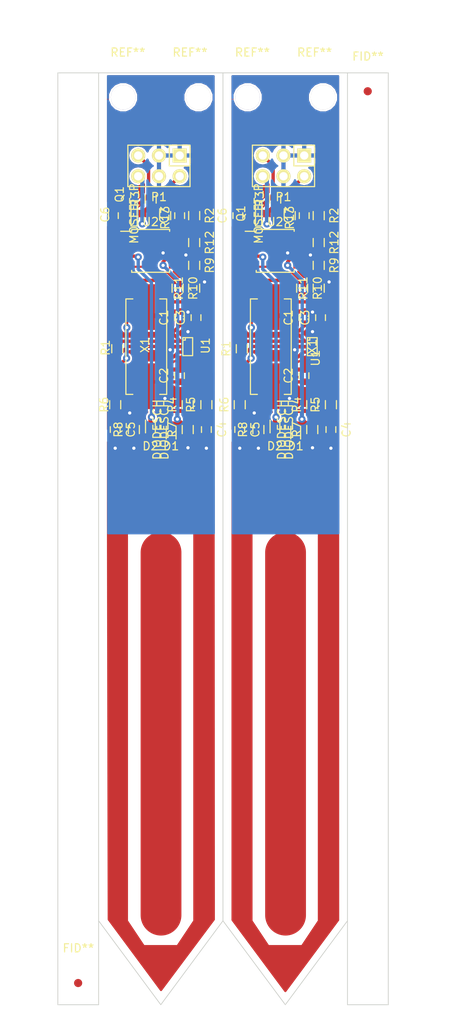
<source format=kicad_pcb>
(kicad_pcb (version 4) (host pcbnew "(2015-04-12 BZR 5595)-product")
  (layers (0 F.Cu signal) (31 B.Cu signal) (34 B.Paste user) (35 F.Paste user) (36 B.SilkS user) (37 F.SilkS user) (38 B.Mask user) (39 F.Mask user) (44 Edge.Cuts user))
  (net 0 "")
  (net 1 "Net-(C1-Pad1)")
  (net 2 GND)
  (net 3 "Net-(C2-Pad1)")
  (net 4 VCC)
  (net 5 /SENSE_LOW)
  (net 6 /SENSE_HIGH)
  (net 7 /SENSOR_TRACK)
  (net 8 /~ENABLE)
  (net 9 VDD)
  (net 10 "Net-(R4-Pad2)")
  (net 11 "Net-(R12-Pad2)")
  (net 12 "Net-(R9-Pad2)")
  (net 13 "Net-(R10-Pad1)")
  (net 14 "Net-(R10-Pad2)")
  (net 15 /OUT)
  (net 16 "Net-(C7-Pad1)")
  (net 17 "Net-(R12-Pad1)")
  (net 18 "Net-(R13-Pad2)")
  (module Fiducials:Fiducial_Modern_CopperTop (layer F.Cu) (at 132.0165 30.48)
    (fp_text reference FID** (at 0.03048 -4.26974) (layer F.SilkS))
    (fp_text value Fiducial_Modern_CopperTop)
    (pad 1 smd circle (at 0 0) (size 1 1) (layers F.Cu F.Mask) (clearance 0.5))
  )
  (module Fiducials:Fiducial_Modern_CopperTop (layer F.Cu) (at 96.52 139.7635)
    (fp_text reference FID** (at 0.03048 -4.26974) (layer F.SilkS))
    (fp_text value Fiducial_Modern_CopperTop)
    (pad 1 smd circle (at 0 0) (size 1 1) (layers F.Cu F.Mask) (clearance 0.5))
  )
  (module Resistors_SMD:R_0603 (layer F.Cu) (at 116.5834 62.031286 90)
    (fp_text reference R1 (at 0 -1.9 90) (layer F.SilkS))
    (fp_text value 1M)
    (pad 1 smd rect (at -0.75 0 90) (size 0.5 0.9) (layers F.Cu F.Paste F.Mask) (net 3 "Net-(C2-Pad1)"))
    (pad 2 smd rect (at 0.75 0 90) (size 0.5 0.9) (layers F.Cu F.Paste F.Mask) (net 1 "Net-(C1-Pad1)"))
  )
  (module Resistors_SMD:R_0603 (layer F.Cu) (at 125.2194 68.889286 90)
    (fp_text reference R4 (at 0 -1.9 90) (layer F.SilkS))
    (fp_text value 330)
    (pad 1 smd rect (at -0.75 0 90) (size 0.5 0.9) (layers F.Cu F.Paste F.Mask) (net 7 /SENSOR_TRACK))
    (pad 2 smd rect (at 0.75 0 90) (size 0.5 0.9) (layers F.Cu F.Paste F.Mask) (net 10 "Net-(R4-Pad2)"))
  )
  (module Resistors_SMD:R_0603 (layer F.Cu) (at 127.5054 68.889286 90)
    (fp_text reference R5 (at 0 -1.9 90) (layer F.SilkS))
    (fp_text value 1M)
    (pad 1 smd rect (at -0.75 0 90) (size 0.5 0.9) (layers F.Cu F.Paste F.Mask) (net 5 /SENSE_LOW))
    (pad 2 smd rect (at 0.75 0 90) (size 0.5 0.9) (layers F.Cu F.Paste F.Mask) (net 4 VCC))
  )
  (module Resistors_SMD:R_0603 (layer F.Cu) (at 116.3294 68.889286 90)
    (fp_text reference R6 (at 0 -1.9 90) (layer F.SilkS))
    (fp_text value 1M)
    (pad 1 smd rect (at -0.75 0 90) (size 0.5 0.9) (layers F.Cu F.Paste F.Mask) (net 6 /SENSE_HIGH))
    (pad 2 smd rect (at 0.75 0 90) (size 0.5 0.9) (layers F.Cu F.Paste F.Mask) (net 4 VCC))
  )
  (module Resistors_SMD:R_0603 (layer F.Cu) (at 125.2194 71.937286 90)
    (fp_text reference R7 (at 0 -1.9 90) (layer F.SilkS))
    (fp_text value 1M)
    (pad 1 smd rect (at -0.75 0 90) (size 0.5 0.9) (layers F.Cu F.Paste F.Mask) (net 2 GND))
    (pad 2 smd rect (at 0.75 0 90) (size 0.5 0.9) (layers F.Cu F.Paste F.Mask) (net 5 /SENSE_LOW))
  )
  (module Resistors_SMD:R_0603 (layer F.Cu) (at 118.6154 71.937286 90)
    (fp_text reference R8 (at 0 -1.9 90) (layer F.SilkS))
    (fp_text value 1M)
    (pad 1 smd rect (at -0.75 0 90) (size 0.5 0.9) (layers F.Cu F.Paste F.Mask) (net 2 GND))
    (pad 2 smd rect (at 0.75 0 90) (size 0.5 0.9) (layers F.Cu F.Paste F.Mask) (net 6 /SENSE_HIGH))
  )
  (module Resistors_SMD:R_0603 (layer F.Cu) (at 123.9774 54.61 270)
    (fp_text reference R10 (at 0 -1.9 270) (layer F.SilkS))
    (fp_text value "10k 0.1%")
    (pad 1 smd rect (at -0.75 0 270) (size 0.5 0.9) (layers F.Cu F.Paste F.Mask) (net 13 "Net-(R10-Pad1)"))
    (pad 2 smd rect (at 0.75 0 270) (size 0.5 0.9) (layers F.Cu F.Paste F.Mask) (net 14 "Net-(R10-Pad2)"))
  )
  (module Resistors_SMD:R_0603 (layer F.Cu) (at 126.0094 54.61 90)
    (fp_text reference R11 (at 0 -1.9 90) (layer F.SilkS))
    (fp_text value "10k 0.1%")
    (pad 1 smd rect (at -0.75 0 90) (size 0.5 0.9) (layers F.Cu F.Paste F.Mask) (net 13 "Net-(R10-Pad1)"))
    (pad 2 smd rect (at 0.75 0 90) (size 0.5 0.9) (layers F.Cu F.Paste F.Mask) (net 2 GND))
  )
  (module Capacitors_SMD:C_0603 (layer F.Cu) (at 124.2034 58.221286 90)
    (fp_text reference C1 (at 0 -1.9 90) (layer F.SilkS))
    (fp_text value 18p)
    (pad 1 smd rect (at -0.75 0 90) (size 0.8 0.75) (layers F.Cu F.Paste F.Mask) (net 1 "Net-(C1-Pad1)"))
    (pad 2 smd rect (at 0.75 0 90) (size 0.8 0.75) (layers F.Cu F.Paste F.Mask) (net 2 GND))
  )
  (module Capacitors_SMD:C_0603 (layer F.Cu) (at 126.2354 58.221286 90)
    (fp_text reference C3 (at 0 -1.9 90) (layer F.SilkS))
    (fp_text value 1u)
    (pad 1 smd rect (at -0.75 0 90) (size 0.8 0.75) (layers F.Cu F.Paste F.Mask) (net 4 VCC))
    (pad 2 smd rect (at 0.75 0 90) (size 0.8 0.75) (layers F.Cu F.Paste F.Mask) (net 2 GND))
  )
  (module Capacitors_SMD:C_0603 (layer F.Cu) (at 124.2034 65.333286 90)
    (fp_text reference C2 (at 0 -1.9 90) (layer F.SilkS))
    (fp_text value 18p)
    (pad 1 smd rect (at -0.75 0 90) (size 0.8 0.75) (layers F.Cu F.Paste F.Mask) (net 3 "Net-(C2-Pad1)"))
    (pad 2 smd rect (at 0.75 0 90) (size 0.8 0.75) (layers F.Cu F.Paste F.Mask) (net 2 GND))
  )
  (module Capacitors_SMD:C_0603 (layer F.Cu) (at 127.5054 71.937286 270)
    (fp_text reference C4 (at 0 -1.9 270) (layer F.SilkS))
    (fp_text value 1n)
    (pad 1 smd rect (at -0.75 0 270) (size 0.8 0.75) (layers F.Cu F.Paste F.Mask) (net 5 /SENSE_LOW))
    (pad 2 smd rect (at 0.75 0 270) (size 0.8 0.75) (layers F.Cu F.Paste F.Mask) (net 2 GND))
  )
  (module Capacitors_SMD:C_0603 (layer F.Cu) (at 116.3294 71.937286 270)
    (fp_text reference C5 (at 0 -1.9 270) (layer F.SilkS))
    (fp_text value 1n)
    (pad 1 smd rect (at -0.75 0 270) (size 0.8 0.75) (layers F.Cu F.Paste F.Mask) (net 6 /SENSE_HIGH))
    (pad 2 smd rect (at 0.75 0 270) (size 0.8 0.75) (layers F.Cu F.Paste F.Mask) (net 2 GND))
  )
  (module SMD_Packages:SOD-523 (layer F.Cu) (at 120.6474 71.937286 90)
    (fp_text reference D2 (at -2.032 0 180) (layer F.SilkS))
    (fp_text value DIODESCH (at 0 1.7 90) (layer F.SilkS))
    (pad 1 smd rect (at -0.7 0 90) (size 0.6 0.7) (layers F.Cu F.Paste F.Mask) (net 7 /SENSOR_TRACK))
    (pad 2 smd rect (at 0.7 0 90) (size 0.6 0.7) (layers F.Cu F.Paste F.Mask) (net 6 /SENSE_HIGH))
  )
  (module SMD_Packages:SOD-523 (layer F.Cu) (at 123.1874 71.937286 270)
    (fp_text reference D1 (at 2.032 0 360) (layer F.SilkS))
    (fp_text value DIODESCH (at 0 1.7 270) (layer F.SilkS))
    (pad 1 smd rect (at -0.7 0 270) (size 0.6 0.7) (layers F.Cu F.Paste F.Mask) (net 5 /SENSE_LOW))
    (pad 2 smd rect (at 0.7 0 270) (size 0.6 0.7) (layers F.Cu F.Paste F.Mask) (net 7 /SENSOR_TRACK))
  )
  (module Pin_Headers:Pin_Header_Straight_2x03 (layer F.Cu) (at 121.6914 39.624 180)
    (fp_text reference P1 (at 0 -3.81 180) (layer F.SilkS))
    (fp_text value CONN_01X06 hide)
    (pad 1 thru_hole rect (at -2.54 1.27 180) (size 1.7272 1.7272) (drill 1.016) (layers *.Cu *.Mask F.SilkS) (net 2 GND))
    (pad 2 thru_hole oval (at -2.54 -1.27 180) (size 1.7272 1.7272) (drill 1.016) (layers *.Cu *.Mask F.SilkS) (net 15 /OUT))
    (pad 3 thru_hole oval (at 0 1.27 180) (size 1.7272 1.7272) (drill 1.016) (layers *.Cu *.Mask F.SilkS) (net 2 GND))
    (pad 4 thru_hole oval (at 0 -1.27 180) (size 1.7272 1.7272) (drill 1.016) (layers *.Cu *.Mask F.SilkS) (net 2 GND))
    (pad 5 thru_hole oval (at 2.54 1.27 180) (size 1.7272 1.7272) (drill 1.016) (layers *.Cu *.Mask F.SilkS) (net 8 /~ENABLE))
    (pad 6 thru_hole oval (at 2.54 -1.27 180) (size 1.7272 1.7272) (drill 1.016) (layers *.Cu *.Mask F.SilkS) (net 9 VDD))
  )
  (module Crystals:Crystal_HC49-SD_SMD (layer F.Cu) (at 120.1394 61.777286 270)
    (fp_text reference X1 (at 0 -5.08 270) (layer F.SilkS))
    (fp_text value 16MHz hide)
    (pad 1 smd rect (at -4.84886 0 270) (size 5.6007 2.10058) (layers F.Cu F.Paste F.Mask) (net 1 "Net-(C1-Pad1)"))
    (pad 2 smd rect (at 4.84886 0 270) (size 5.6007 2.10058) (layers F.Cu F.Paste F.Mask) (net 3 "Net-(C2-Pad1)"))
  )
  (module Transistors_SMD:sc70-6 (layer F.Cu) (at 125.2194 61.777286 270)
    (fp_text reference U1 (at 1.4 -0.4 270) (layer F.SilkS))
    (fp_text value NC7WZU04P6 hide)
    (pad 1 smd rect (at -0.6604 1.016 270) (size 0.4064 0.6604) (layers F.Cu F.Paste F.Mask) (net 1 "Net-(C1-Pad1)"))
    (pad 3 smd rect (at 0.6604 1.016 270) (size 0.4064 0.6604) (layers F.Cu F.Paste F.Mask) (net 3 "Net-(C2-Pad1)"))
    (pad 2 smd rect (at 0 1.016 270) (size 0.4064 0.6604) (layers F.Cu F.Paste F.Mask) (net 2 GND))
    (pad 4 smd rect (at 0.6604 -1.016 270) (size 0.4064 0.6604) (layers F.Cu F.Paste F.Mask) (net 10 "Net-(R4-Pad2)"))
    (pad 6 smd rect (at -0.6604 -1.016 270) (size 0.4064 0.6604) (layers F.Cu F.Paste F.Mask) (net 3 "Net-(C2-Pad1)"))
    (pad 5 smd rect (at 0 -1.016 270) (size 0.4064 0.6604) (layers F.Cu F.Paste F.Mask) (net 4 VCC))
  )
  (module Resistors_SMD:R_0603 (layer F.Cu) (at 126.0094 51.816 270)
    (fp_text reference R9 (at 0 -1.9 270) (layer F.SilkS))
    (fp_text value "10k 0.1%")
    (pad 1 smd rect (at -0.75 0 270) (size 0.5 0.9) (layers F.Cu F.Paste F.Mask) (net 11 "Net-(R12-Pad2)"))
    (pad 2 smd rect (at 0.75 0 270) (size 0.5 0.9) (layers F.Cu F.Paste F.Mask) (net 12 "Net-(R9-Pad2)"))
  )
  (module Resistors_SMD:R_0603 (layer F.Cu) (at 122.4534 45.72 270)
    (fp_text reference R13 (at 0.254 0 270) (layer F.SilkS))
    (fp_text value 330)
    (pad 1 smd rect (at -0.75 0 270) (size 0.5 0.9) (layers F.Cu F.Paste F.Mask) (net 15 /OUT))
    (pad 2 smd rect (at 0.75 0 270) (size 0.5 0.9) (layers F.Cu F.Paste F.Mask) (net 18 "Net-(R13-Pad2)"))
  )
  (module Resistors_SMD:R_0603 (layer F.Cu) (at 126.0094 45.72 270)
    (fp_text reference R2 (at 0 -1.9 270) (layer F.SilkS))
    (fp_text value 10k)
    (pad 1 smd rect (at -0.75 0 270) (size 0.5 0.9) (layers F.Cu F.Paste F.Mask) (net 16 "Net-(C7-Pad1)"))
    (pad 2 smd rect (at 0.75 0 270) (size 0.5 0.9) (layers F.Cu F.Paste F.Mask) (net 17 "Net-(R12-Pad1)"))
  )
  (module Resistors_SMD:R_0603 (layer F.Cu) (at 126.0094 49.022 270)
    (fp_text reference R12 (at 0 -1.9 270) (layer F.SilkS))
    (fp_text value "10k 0.1%")
    (pad 1 smd rect (at -0.75 0 270) (size 0.5 0.9) (layers F.Cu F.Paste F.Mask) (net 17 "Net-(R12-Pad1)"))
    (pad 2 smd rect (at 0.75 0 270) (size 0.5 0.9) (layers F.Cu F.Paste F.Mask) (net 11 "Net-(R12-Pad2)"))
  )
  (module SMD_Packages:SOT-23-GDS (layer F.Cu) (at 118.6434 45.466 90)
    (fp_text reference Q1 (at 0 -2.159 90) (layer F.SilkS))
    (fp_text value MOSFET_P (at 0 0 90) (layer F.SilkS))
    (pad S smd rect (at -0.889 -1.016 90) (size 0.9144 0.9144) (layers F.Cu F.Paste F.Mask) (net 4 VCC))
    (pad G smd rect (at 0.889 -1.016 90) (size 0.9144 0.9144) (layers F.Cu F.Paste F.Mask) (net 8 /~ENABLE))
    (pad D smd rect (at 0 1.016 90) (size 0.9144 0.9144) (layers F.Cu F.Paste F.Mask) (net 9 VDD))
  )
  (module Capacitors_SMD:C_0603 (layer F.Cu) (at 116.1034 45.72 90)
    (fp_text reference C6 (at 0 -1.9 90) (layer F.SilkS))
    (fp_text value 1u)
    (pad 1 smd rect (at -0.75 0 90) (size 0.8 0.75) (layers F.Cu F.Paste F.Mask) (net 4 VCC))
    (pad 2 smd rect (at 0.75 0 90) (size 0.8 0.75) (layers F.Cu F.Paste F.Mask) (net 2 GND))
  )
  (module Capacitors_SMD:C_0603 (layer F.Cu) (at 124.2314 45.72 90)
    (fp_text reference C7 (at 0 -1.9 90) (layer F.SilkS))
    (fp_text value 1u)
    (pad 1 smd rect (at -0.75 0 90) (size 0.8 0.75) (layers F.Cu F.Paste F.Mask) (net 16 "Net-(C7-Pad1)"))
    (pad 2 smd rect (at 0.75 0 90) (size 0.8 0.75) (layers F.Cu F.Paste F.Mask) (net 2 GND))
  )
  (module Resistors_SMD:R_0603 (layer F.Cu) (at 120.6754 43.688 90)
    (fp_text reference R3 (at 0 -1.9 90) (layer F.SilkS))
    (fp_text value 1M)
    (pad 1 smd rect (at -0.75 0 90) (size 0.5 0.9) (layers F.Cu F.Paste F.Mask) (net 9 VDD))
    (pad 2 smd rect (at 0.75 0 90) (size 0.5 0.9) (layers F.Cu F.Paste F.Mask) (net 8 /~ENABLE))
  )
  (module Mounting_Holes:MountingHole_3mm (layer F.Cu) (at 125.5014 29.718)
    (fp_text reference REF** (at 0 -4.0005) (layer F.SilkS))
    (fp_text value MountingHole_3mm)
    (pad 1 thru_hole circle (at 1.036 1.5) (size 2.99974 2.99974) (drill 2.99974) (layers F.Cu F.SilkS))
  )
  (module Mounting_Holes:MountingHole_3mm (layer F.Cu) (at 117.8814 29.718)
    (fp_text reference REF** (at 0 -4.0005) (layer F.SilkS))
    (fp_text value MountingHole_3mm)
    (pad 1 thru_hole circle (at -0.584 1.5) (size 2.99974 2.99974) (drill 2.99974) (layers F.Cu))
  )
  (module Housings_SSOP:TSSOP-14_4.4x5mm_Pitch0.65mm (layer F.Cu) (at 120.6754 50.038)
    (fp_text reference U2 (at 0 -3.55) (layer F.SilkS))
    (fp_text value LM324)
    (pad 1 smd rect (at -2.95 -1.95) (size 1.45 0.45) (layers F.Cu F.Paste F.Mask) (net 18 "Net-(R13-Pad2)"))
    (pad 2 smd rect (at -2.95 -1.3) (size 1.45 0.45) (layers F.Cu F.Paste F.Mask) (net 18 "Net-(R13-Pad2)"))
    (pad 3 smd rect (at -2.95 -0.65) (size 1.45 0.45) (layers F.Cu F.Paste F.Mask) (net 16 "Net-(C7-Pad1)"))
    (pad 4 smd rect (at -2.95 0) (size 1.45 0.45) (layers F.Cu F.Paste F.Mask) (net 4 VCC))
    (pad 5 smd rect (at -2.95 0.65) (size 1.45 0.45) (layers F.Cu F.Paste F.Mask) (net 6 /SENSE_HIGH))
    (pad 6 smd rect (at -2.95 1.3) (size 1.45 0.45) (layers F.Cu F.Paste F.Mask) (net 14 "Net-(R10-Pad2)"))
    (pad 7 smd rect (at -2.95 1.95) (size 1.45 0.45) (layers F.Cu F.Paste F.Mask) (net 14 "Net-(R10-Pad2)"))
    (pad 8 smd rect (at 2.95 1.95) (size 1.45 0.45) (layers F.Cu F.Paste F.Mask) (net 12 "Net-(R9-Pad2)"))
    (pad 9 smd rect (at 2.95 1.3) (size 1.45 0.45) (layers F.Cu F.Paste F.Mask) (net 12 "Net-(R9-Pad2)"))
    (pad 10 smd rect (at 2.95 0.65) (size 1.45 0.45) (layers F.Cu F.Paste F.Mask) (net 5 /SENSE_LOW))
    (pad 11 smd rect (at 2.95 0) (size 1.45 0.45) (layers F.Cu F.Paste F.Mask) (net 2 GND))
    (pad 12 smd rect (at 2.95 -0.65) (size 1.45 0.45) (layers F.Cu F.Paste F.Mask) (net 13 "Net-(R10-Pad1)"))
    (pad 13 smd rect (at 2.95 -1.3) (size 1.45 0.45) (layers F.Cu F.Paste F.Mask) (net 11 "Net-(R12-Pad2)"))
    (pad 14 smd rect (at 2.95 -1.95) (size 1.45 0.45) (layers F.Cu F.Paste F.Mask) (net 17 "Net-(R12-Pad1)"))
  )
  (module Housings_SSOP:TSSOP-14_4.4x5mm_Pitch0.65mm (layer F.Cu) (at 105.41 50.038)
    (fp_text reference U2 (at 0 -3.55) (layer F.SilkS))
    (fp_text value LM324)
    (pad 1 smd rect (at -2.95 -1.95) (size 1.45 0.45) (layers F.Cu F.Paste F.Mask) (net 18 "Net-(R13-Pad2)"))
    (pad 2 smd rect (at -2.95 -1.3) (size 1.45 0.45) (layers F.Cu F.Paste F.Mask) (net 18 "Net-(R13-Pad2)"))
    (pad 3 smd rect (at -2.95 -0.65) (size 1.45 0.45) (layers F.Cu F.Paste F.Mask) (net 16 "Net-(C7-Pad1)"))
    (pad 4 smd rect (at -2.95 0) (size 1.45 0.45) (layers F.Cu F.Paste F.Mask) (net 4 VCC))
    (pad 5 smd rect (at -2.95 0.65) (size 1.45 0.45) (layers F.Cu F.Paste F.Mask) (net 6 /SENSE_HIGH))
    (pad 6 smd rect (at -2.95 1.3) (size 1.45 0.45) (layers F.Cu F.Paste F.Mask) (net 14 "Net-(R10-Pad2)"))
    (pad 7 smd rect (at -2.95 1.95) (size 1.45 0.45) (layers F.Cu F.Paste F.Mask) (net 14 "Net-(R10-Pad2)"))
    (pad 8 smd rect (at 2.95 1.95) (size 1.45 0.45) (layers F.Cu F.Paste F.Mask) (net 12 "Net-(R9-Pad2)"))
    (pad 9 smd rect (at 2.95 1.3) (size 1.45 0.45) (layers F.Cu F.Paste F.Mask) (net 12 "Net-(R9-Pad2)"))
    (pad 10 smd rect (at 2.95 0.65) (size 1.45 0.45) (layers F.Cu F.Paste F.Mask) (net 5 /SENSE_LOW))
    (pad 11 smd rect (at 2.95 0) (size 1.45 0.45) (layers F.Cu F.Paste F.Mask) (net 2 GND))
    (pad 12 smd rect (at 2.95 -0.65) (size 1.45 0.45) (layers F.Cu F.Paste F.Mask) (net 13 "Net-(R10-Pad1)"))
    (pad 13 smd rect (at 2.95 -1.3) (size 1.45 0.45) (layers F.Cu F.Paste F.Mask) (net 11 "Net-(R12-Pad2)"))
    (pad 14 smd rect (at 2.95 -1.95) (size 1.45 0.45) (layers F.Cu F.Paste F.Mask) (net 17 "Net-(R12-Pad1)"))
  )
  (module Mounting_Holes:MountingHole_3mm (layer F.Cu) (at 102.616 29.718)
    (fp_text reference REF** (at 0 -4.0005) (layer F.SilkS))
    (fp_text value MountingHole_3mm)
    (pad 1 thru_hole circle (at -0.584 1.5) (size 2.99974 2.99974) (drill 2.99974) (layers F.Cu))
  )
  (module Mounting_Holes:MountingHole_3mm (layer F.Cu) (at 110.236 29.718)
    (fp_text reference REF** (at 0 -4.0005) (layer F.SilkS))
    (fp_text value MountingHole_3mm)
    (pad 1 thru_hole circle (at 1.036 1.5) (size 2.99974 2.99974) (drill 2.99974) (layers F.Cu F.SilkS))
  )
  (module Resistors_SMD:R_0603 (layer F.Cu) (at 105.41 43.688 90)
    (fp_text reference R3 (at 0 -1.9 90) (layer F.SilkS))
    (fp_text value 1M)
    (pad 1 smd rect (at -0.75 0 90) (size 0.5 0.9) (layers F.Cu F.Paste F.Mask) (net 9 VDD))
    (pad 2 smd rect (at 0.75 0 90) (size 0.5 0.9) (layers F.Cu F.Paste F.Mask) (net 8 /~ENABLE))
  )
  (module Capacitors_SMD:C_0603 (layer F.Cu) (at 108.966 45.72 90)
    (fp_text reference C7 (at 0 -1.9 90) (layer F.SilkS))
    (fp_text value 1u)
    (pad 1 smd rect (at -0.75 0 90) (size 0.8 0.75) (layers F.Cu F.Paste F.Mask) (net 16 "Net-(C7-Pad1)"))
    (pad 2 smd rect (at 0.75 0 90) (size 0.8 0.75) (layers F.Cu F.Paste F.Mask) (net 2 GND))
  )
  (module Capacitors_SMD:C_0603 (layer F.Cu) (at 100.838 45.72 90)
    (fp_text reference C6 (at 0.127 -1.016 90) (layer F.SilkS))
    (fp_text value 1u)
    (pad 1 smd rect (at -0.75 0 90) (size 0.8 0.75) (layers F.Cu F.Paste F.Mask) (net 4 VCC))
    (pad 2 smd rect (at 0.75 0 90) (size 0.8 0.75) (layers F.Cu F.Paste F.Mask) (net 2 GND))
  )
  (module SMD_Packages:SOT-23-GDS (layer F.Cu) (at 103.378 45.466 90)
    (fp_text reference Q1 (at 2.3495 -1.778 90) (layer F.SilkS))
    (fp_text value MOSFET_P (at 0 0 90) (layer F.SilkS))
    (pad S smd rect (at -0.889 -1.016 90) (size 0.9144 0.9144) (layers F.Cu F.Paste F.Mask) (net 4 VCC))
    (pad G smd rect (at 0.889 -1.016 90) (size 0.9144 0.9144) (layers F.Cu F.Paste F.Mask) (net 8 /~ENABLE))
    (pad D smd rect (at 0 1.016 90) (size 0.9144 0.9144) (layers F.Cu F.Paste F.Mask) (net 9 VDD))
  )
  (module Resistors_SMD:R_0603 (layer F.Cu) (at 110.744 49.022 270)
    (fp_text reference R12 (at 0 -1.9 270) (layer F.SilkS))
    (fp_text value "10k 0.1%")
    (pad 1 smd rect (at -0.75 0 270) (size 0.5 0.9) (layers F.Cu F.Paste F.Mask) (net 17 "Net-(R12-Pad1)"))
    (pad 2 smd rect (at 0.75 0 270) (size 0.5 0.9) (layers F.Cu F.Paste F.Mask) (net 11 "Net-(R12-Pad2)"))
  )
  (module Resistors_SMD:R_0603 (layer F.Cu) (at 110.744 45.72 270)
    (fp_text reference R2 (at 0 -1.9 270) (layer F.SilkS))
    (fp_text value 10k)
    (pad 1 smd rect (at -0.75 0 270) (size 0.5 0.9) (layers F.Cu F.Paste F.Mask) (net 16 "Net-(C7-Pad1)"))
    (pad 2 smd rect (at 0.75 0 270) (size 0.5 0.9) (layers F.Cu F.Paste F.Mask) (net 17 "Net-(R12-Pad1)"))
  )
  (module Resistors_SMD:R_0603 (layer F.Cu) (at 107.188 45.72 270)
    (fp_text reference R13 (at 0.254 0 270) (layer F.SilkS))
    (fp_text value 330)
    (pad 1 smd rect (at -0.75 0 270) (size 0.5 0.9) (layers F.Cu F.Paste F.Mask) (net 15 /OUT))
    (pad 2 smd rect (at 0.75 0 270) (size 0.5 0.9) (layers F.Cu F.Paste F.Mask) (net 18 "Net-(R13-Pad2)"))
  )
  (module Resistors_SMD:R_0603 (layer F.Cu) (at 110.744 51.816 270)
    (fp_text reference R9 (at 0 -1.9 270) (layer F.SilkS))
    (fp_text value "10k 0.1%")
    (pad 1 smd rect (at -0.75 0 270) (size 0.5 0.9) (layers F.Cu F.Paste F.Mask) (net 11 "Net-(R12-Pad2)"))
    (pad 2 smd rect (at 0.75 0 270) (size 0.5 0.9) (layers F.Cu F.Paste F.Mask) (net 12 "Net-(R9-Pad2)"))
  )
  (module Transistors_SMD:sc70-6 (layer F.Cu) (at 109.954 61.777286 270)
    (fp_text reference U1 (at -0.118786 -2.187 270) (layer F.SilkS))
    (fp_text value NC7WZU04P6 hide)
    (pad 1 smd rect (at -0.6604 1.016 270) (size 0.4064 0.6604) (layers F.Cu F.Paste F.Mask) (net 1 "Net-(C1-Pad1)"))
    (pad 3 smd rect (at 0.6604 1.016 270) (size 0.4064 0.6604) (layers F.Cu F.Paste F.Mask) (net 3 "Net-(C2-Pad1)"))
    (pad 2 smd rect (at 0 1.016 270) (size 0.4064 0.6604) (layers F.Cu F.Paste F.Mask) (net 2 GND))
    (pad 4 smd rect (at 0.6604 -1.016 270) (size 0.4064 0.6604) (layers F.Cu F.Paste F.Mask) (net 10 "Net-(R4-Pad2)"))
    (pad 6 smd rect (at -0.6604 -1.016 270) (size 0.4064 0.6604) (layers F.Cu F.Paste F.Mask) (net 3 "Net-(C2-Pad1)"))
    (pad 5 smd rect (at 0 -1.016 270) (size 0.4064 0.6604) (layers F.Cu F.Paste F.Mask) (net 4 VCC))
  )
  (module Crystals:Crystal_HC49-SD_SMD (layer F.Cu) (at 104.874 61.777286 270)
    (fp_text reference X1 (at -0.182286 0.1625 270) (layer F.SilkS))
    (fp_text value 16MHz hide)
    (pad 1 smd rect (at -4.84886 0 270) (size 5.6007 2.10058) (layers F.Cu F.Paste F.Mask) (net 1 "Net-(C1-Pad1)"))
    (pad 2 smd rect (at 4.84886 0 270) (size 5.6007 2.10058) (layers F.Cu F.Paste F.Mask) (net 3 "Net-(C2-Pad1)"))
  )
  (module Pin_Headers:Pin_Header_Straight_2x03 (layer F.Cu) (at 106.426 39.624 180)
    (fp_text reference P1 (at 0 -3.81 180) (layer F.SilkS))
    (fp_text value CONN_01X06 hide)
    (pad 1 thru_hole rect (at -2.54 1.27 180) (size 1.7272 1.7272) (drill 1.016) (layers *.Cu *.Mask F.SilkS) (net 2 GND))
    (pad 2 thru_hole oval (at -2.54 -1.27 180) (size 1.7272 1.7272) (drill 1.016) (layers *.Cu *.Mask F.SilkS) (net 15 /OUT))
    (pad 3 thru_hole oval (at 0 1.27 180) (size 1.7272 1.7272) (drill 1.016) (layers *.Cu *.Mask F.SilkS) (net 2 GND))
    (pad 4 thru_hole oval (at 0 -1.27 180) (size 1.7272 1.7272) (drill 1.016) (layers *.Cu *.Mask F.SilkS) (net 2 GND))
    (pad 5 thru_hole oval (at 2.54 1.27 180) (size 1.7272 1.7272) (drill 1.016) (layers *.Cu *.Mask F.SilkS) (net 8 /~ENABLE))
    (pad 6 thru_hole oval (at 2.54 -1.27 180) (size 1.7272 1.7272) (drill 1.016) (layers *.Cu *.Mask F.SilkS) (net 9 VDD))
  )
  (module SMD_Packages:SOD-523 (layer F.Cu) (at 107.922 71.937286 270)
    (fp_text reference D1 (at 2.032 0 360) (layer F.SilkS))
    (fp_text value DIODESCH (at 0 1.7 270) (layer F.SilkS))
    (pad 1 smd rect (at -0.7 0 270) (size 0.6 0.7) (layers F.Cu F.Paste F.Mask) (net 5 /SENSE_LOW))
    (pad 2 smd rect (at 0.7 0 270) (size 0.6 0.7) (layers F.Cu F.Paste F.Mask) (net 7 /SENSOR_TRACK))
  )
  (module SMD_Packages:SOD-523 (layer F.Cu) (at 105.382 71.937286 90)
    (fp_text reference D2 (at -2.032 0 180) (layer F.SilkS))
    (fp_text value DIODESCH (at 0 1.7 90) (layer F.SilkS))
    (pad 1 smd rect (at -0.7 0 90) (size 0.6 0.7) (layers F.Cu F.Paste F.Mask) (net 7 /SENSOR_TRACK))
    (pad 2 smd rect (at 0.7 0 90) (size 0.6 0.7) (layers F.Cu F.Paste F.Mask) (net 6 /SENSE_HIGH))
  )
  (module Capacitors_SMD:C_0603 (layer F.Cu) (at 101.064 71.937286 270)
    (fp_text reference C5 (at 0 -1.9 270) (layer F.SilkS))
    (fp_text value 1n)
    (pad 1 smd rect (at -0.75 0 270) (size 0.8 0.75) (layers F.Cu F.Paste F.Mask) (net 6 /SENSE_HIGH))
    (pad 2 smd rect (at 0.75 0 270) (size 0.8 0.75) (layers F.Cu F.Paste F.Mask) (net 2 GND))
  )
  (module Capacitors_SMD:C_0603 (layer F.Cu) (at 112.24 71.937286 270)
    (fp_text reference C4 (at 0 -1.9 270) (layer F.SilkS))
    (fp_text value 1n)
    (pad 1 smd rect (at -0.75 0 270) (size 0.8 0.75) (layers F.Cu F.Paste F.Mask) (net 5 /SENSE_LOW))
    (pad 2 smd rect (at 0.75 0 270) (size 0.8 0.75) (layers F.Cu F.Paste F.Mask) (net 2 GND))
  )
  (module Capacitors_SMD:C_0603 (layer F.Cu) (at 108.938 65.333286 90)
    (fp_text reference C2 (at 0 -1.9 90) (layer F.SilkS))
    (fp_text value 18p)
    (pad 1 smd rect (at -0.75 0 90) (size 0.8 0.75) (layers F.Cu F.Paste F.Mask) (net 3 "Net-(C2-Pad1)"))
    (pad 2 smd rect (at 0.75 0 90) (size 0.8 0.75) (layers F.Cu F.Paste F.Mask) (net 2 GND))
  )
  (module Capacitors_SMD:C_0603 (layer F.Cu) (at 110.97 58.221286 90)
    (fp_text reference C3 (at 0 -1.9 90) (layer F.SilkS))
    (fp_text value 1u)
    (pad 1 smd rect (at -0.75 0 90) (size 0.8 0.75) (layers F.Cu F.Paste F.Mask) (net 4 VCC))
    (pad 2 smd rect (at 0.75 0 90) (size 0.8 0.75) (layers F.Cu F.Paste F.Mask) (net 2 GND))
  )
  (module Capacitors_SMD:C_0603 (layer F.Cu) (at 108.938 58.221286 90)
    (fp_text reference C1 (at 0 -1.9 90) (layer F.SilkS))
    (fp_text value 18p)
    (pad 1 smd rect (at -0.75 0 90) (size 0.8 0.75) (layers F.Cu F.Paste F.Mask) (net 1 "Net-(C1-Pad1)"))
    (pad 2 smd rect (at 0.75 0 90) (size 0.8 0.75) (layers F.Cu F.Paste F.Mask) (net 2 GND))
  )
  (module Resistors_SMD:R_0603 (layer F.Cu) (at 110.744 54.61 90)
    (fp_text reference R11 (at 0 -1.9 90) (layer F.SilkS))
    (fp_text value "10k 0.1%")
    (pad 1 smd rect (at -0.75 0 90) (size 0.5 0.9) (layers F.Cu F.Paste F.Mask) (net 13 "Net-(R10-Pad1)"))
    (pad 2 smd rect (at 0.75 0 90) (size 0.5 0.9) (layers F.Cu F.Paste F.Mask) (net 2 GND))
  )
  (module Resistors_SMD:R_0603 (layer F.Cu) (at 108.712 54.61 270)
    (fp_text reference R10 (at 0 -1.9 270) (layer F.SilkS))
    (fp_text value "10k 0.1%")
    (pad 1 smd rect (at -0.75 0 270) (size 0.5 0.9) (layers F.Cu F.Paste F.Mask) (net 13 "Net-(R10-Pad1)"))
    (pad 2 smd rect (at 0.75 0 270) (size 0.5 0.9) (layers F.Cu F.Paste F.Mask) (net 14 "Net-(R10-Pad2)"))
  )
  (module Resistors_SMD:R_0603 (layer F.Cu) (at 103.35 71.937286 90)
    (fp_text reference R8 (at 0 -1.9 90) (layer F.SilkS))
    (fp_text value 1M)
    (pad 1 smd rect (at -0.75 0 90) (size 0.5 0.9) (layers F.Cu F.Paste F.Mask) (net 2 GND))
    (pad 2 smd rect (at 0.75 0 90) (size 0.5 0.9) (layers F.Cu F.Paste F.Mask) (net 6 /SENSE_HIGH))
  )
  (module Resistors_SMD:R_0603 (layer F.Cu) (at 109.954 71.937286 90)
    (fp_text reference R7 (at 0 -1.9 90) (layer F.SilkS))
    (fp_text value 1M)
    (pad 1 smd rect (at -0.75 0 90) (size 0.5 0.9) (layers F.Cu F.Paste F.Mask) (net 2 GND))
    (pad 2 smd rect (at 0.75 0 90) (size 0.5 0.9) (layers F.Cu F.Paste F.Mask) (net 5 /SENSE_LOW))
  )
  (module Resistors_SMD:R_0603 (layer F.Cu) (at 101.064 68.889286 90)
    (fp_text reference R6 (at 0 -1.369 90) (layer F.SilkS))
    (fp_text value 1M)
    (pad 1 smd rect (at -0.75 0 90) (size 0.5 0.9) (layers F.Cu F.Paste F.Mask) (net 6 /SENSE_HIGH))
    (pad 2 smd rect (at 0.75 0 90) (size 0.5 0.9) (layers F.Cu F.Paste F.Mask) (net 4 VCC))
  )
  (module Resistors_SMD:R_0603 (layer F.Cu) (at 112.24 68.889286 90)
    (fp_text reference R5 (at 0 -1.9 90) (layer F.SilkS))
    (fp_text value 1M)
    (pad 1 smd rect (at -0.75 0 90) (size 0.5 0.9) (layers F.Cu F.Paste F.Mask) (net 5 /SENSE_LOW))
    (pad 2 smd rect (at 0.75 0 90) (size 0.5 0.9) (layers F.Cu F.Paste F.Mask) (net 4 VCC))
  )
  (module Resistors_SMD:R_0603 (layer F.Cu) (at 109.954 68.889286 90)
    (fp_text reference R4 (at 0 -1.9 90) (layer F.SilkS))
    (fp_text value 330)
    (pad 1 smd rect (at -0.75 0 90) (size 0.5 0.9) (layers F.Cu F.Paste F.Mask) (net 7 /SENSOR_TRACK))
    (pad 2 smd rect (at 0.75 0 90) (size 0.5 0.9) (layers F.Cu F.Paste F.Mask) (net 10 "Net-(R4-Pad2)"))
  )
  (module Resistors_SMD:R_0603 (layer F.Cu) (at 101.318 62.031286 90)
    (fp_text reference R1 (at 0.118786 -1.4325 90) (layer F.SilkS))
    (fp_text value 1M)
    (pad 1 smd rect (at -0.75 0 90) (size 0.5 0.9) (layers F.Cu F.Paste F.Mask) (net 3 "Net-(C2-Pad1)"))
    (pad 2 smd rect (at 0.75 0 90) (size 0.5 0.9) (layers F.Cu F.Paste F.Mask) (net 1 "Net-(C1-Pad1)"))
  )
  (gr_line (start 134.5374 28.225286) (end 129.5374 28.225286) (angle 90) (layer Edge.Cuts) (width 0.1))
  (gr_line (start 129.5374 142.422286) (end 134.5374 142.422286) (layer Edge.Cuts) (width 0.1))
  (gr_line (start 94.032 142.422286) (end 99.032 142.422286) (layer Edge.Cuts) (width 0.1))
  (gr_line (start 99.032 71.175286) (end 99.032 33.075286) (layer Edge.Cuts) (width 0.1))
  (gr_line (start 94.032 28.225286) (end 99.032 28.225286) (angle 90) (layer Edge.Cuts) (width 0.1))
  (gr_line (start 94.032 28.225286) (end 94.032 142.422286) (layer Edge.Cuts) (width 0.1))
  (gr_line (start 134.5374 28.225286) (end 134.5374 142.422286) (layer Edge.Cuts) (width 0.1))
  (gr_line (start 129.5374 28.225286) (end 129.5374 71.175286) (layer Edge.Cuts) (width 0.1))
  (gr_line (start 129.5374 71.175286) (end 129.5374 142.422286) (angle 90) (layer Edge.Cuts) (width 0.1))
  (gr_line (start 114.272 28.225286) (end 129.5374 28.225286) (angle 90) (layer Edge.Cuts) (width 0.1))
  (gr_line (start 114.272 132.135286) (end 121.9174 142.422286) (layer Edge.Cuts) (width 0.1))
  (gr_line (start 121.9174 142.422286) (end 129.5374 132.135286) (layer Edge.Cuts) (width 0.1))
  (gr_line (start 106.652 142.422286) (end 114.272 132.135286) (layer Edge.Cuts) (width 0.1))
  (gr_line (start 99.032 132.135286) (end 106.652 142.422286) (layer Edge.Cuts) (width 0.1))
  (gr_line (start 114.272 28.225286) (end 114.272 33.075286) (angle 90) (layer Edge.Cuts) (width 0.1))
  (gr_line (start 99.032 28.225286) (end 114.272 28.225286) (angle 90) (layer Edge.Cuts) (width 0.1))
  (gr_line (start 99.032 33.075286) (end 99.032 28.225286) (angle 90) (layer Edge.Cuts) (width 0.1))
  (gr_line (start 99.032 142.422286) (end 99.032 71.175286) (angle 90) (layer Edge.Cuts) (width 0.1))
  (gr_line (start 114.272 71.175286) (end 114.272 132.135286) (angle 90) (layer Edge.Cuts) (width 0.1))
  (gr_line (start 114.272 33.075286) (end 114.272 71.175286) (layer Edge.Cuts) (width 0.1))
  (segment (start 108.938 61.116886) (end 101.4704 61.116886) (width 0.4064) (layer F.Cu) (net 1))
  (segment (start 101.4704 61.116886) (end 101.318 61.269286) (width 0.4064) (layer F.Cu) (net 1))
  (segment (start 108.938 61.116886) (end 108.938 60.992426) (width 0.4064) (layer F.Cu) (net 1))
  (segment (start 108.938 59.237286) (end 108.06043 60.114856) (width 0.4064) (layer F.Cu) (net 1))
  (segment (start 108.938 60.992426) (end 108.06043 60.114856) (width 0.4064) (layer F.Cu) (net 1))
  (segment (start 108.938 58.983286) (end 108.938 59.237286) (width 0.4064) (layer F.Cu) (net 1))
  (segment (start 108.06043 60.114856) (end 104.874 56.928426) (width 0.4064) (layer F.Cu) (net 1))
  (segment (start 123.32583 60.114856) (end 120.1394 56.928426) (width 0.4064) (layer F.Cu) (net 1))
  (segment (start 124.2034 58.983286) (end 124.2034 59.237286) (width 0.4064) (layer F.Cu) (net 1))
  (segment (start 124.2034 60.992426) (end 123.32583 60.114856) (width 0.4064) (layer F.Cu) (net 1))
  (segment (start 124.2034 59.237286) (end 123.32583 60.114856) (width 0.4064) (layer F.Cu) (net 1))
  (segment (start 124.2034 61.116886) (end 124.2034 60.992426) (width 0.4064) (layer F.Cu) (net 1))
  (segment (start 116.7358 61.116886) (end 116.5834 61.269286) (width 0.4064) (layer F.Cu) (net 1))
  (segment (start 124.2034 61.116886) (end 116.7358 61.116886) (width 0.4064) (layer F.Cu) (net 1))
  (segment (start 103.35 69.905286) (end 102.842 69.905286) (width 0.254) (layer B.Cu) (net 2))
  (segment (start 108.938 61.777286) (end 108.176 61.777286) (width 0.4064) (layer F.Cu) (net 2))
  (segment (start 108.176 61.777286) (end 107.795 62.158286) (width 0.4064) (layer F.Cu) (net 2))
  (via (at 107.795 62.158286) (size 0.889) (layers F.Cu B.Cu) (net 2))
  (via (at 102.842 69.905286) (size 0.889) (layers F.Cu B.Cu) (net 2))
  (segment (start 109.954 72.687286) (end 109.954 74.14) (width 0.254) (layer F.Cu) (net 2))
  (segment (start 109.954 74.14) (end 109.982 74.168) (width 0.254) (layer F.Cu) (net 2))
  (via (at 109.982 74.168) (size 0.889) (drill 0.4) (layers F.Cu B.Cu) (net 2))
  (segment (start 103.35 74.223286) (end 103.35 69.905286) (width 0.254) (layer B.Cu) (net 2))
  (segment (start 108.36 50.038) (end 109.22 50.038) (width 0.254) (layer F.Cu) (net 2))
  (segment (start 109.22 50.038) (end 109.728 50.546) (width 0.254) (layer F.Cu) (net 2))
  (via (at 109.728 50.546) (size 0.889) (drill 0.4) (layers F.Cu B.Cu) (net 2))
  (segment (start 110.744 53.86) (end 112.002 53.86) (width 0.508) (layer F.Cu) (net 2))
  (segment (start 112.002 53.86) (end 112.014 53.848) (width 0.508) (layer F.Cu) (net 2))
  (via (at 112.014 53.848) (size 0.889) (drill 0.4) (layers F.Cu B.Cu) (net 2))
  (segment (start 108.938 57.471286) (end 109.914714 57.471286) (width 0.508) (layer F.Cu) (net 2))
  (segment (start 109.914714 57.471286) (end 109.982 57.538572) (width 0.508) (layer F.Cu) (net 2))
  (via (at 109.982 57.538572) (size 0.889) (drill 0.4) (layers F.Cu B.Cu) (net 2))
  (segment (start 106.426 38.354) (end 108.966 38.354) (width 0.4064) (layer F.Cu) (net 2))
  (segment (start 106.426 40.894) (end 106.426 38.354) (width 0.4064) (layer F.Cu) (net 2))
  (segment (start 110.049286 57.471286) (end 109.982 57.538572) (width 0.4064) (layer F.Cu) (net 2))
  (segment (start 109.982 57.538572) (end 109.982 59.944) (width 0.4064) (layer F.Cu) (net 2))
  (via (at 109.982 59.944) (size 0.889) (drill 0.4) (layers F.Cu B.Cu) (net 2))
  (segment (start 110.97 57.471286) (end 110.049286 57.471286) (width 0.4064) (layer F.Cu) (net 2))
  (via (at 106.934 50.291998) (size 0.889) (drill 0.4) (layers F.Cu B.Cu) (net 2))
  (segment (start 108.36 50.038) (end 107.187998 50.038) (width 0.4064) (layer F.Cu) (net 2))
  (segment (start 107.187998 50.038) (end 106.934 50.291998) (width 0.4064) (layer F.Cu) (net 2))
  (segment (start 106.67999 50.291998) (end 106.934 50.291998) (width 0.4064) (layer B.Cu) (net 2))
  (via (at 112.24 74.223286) (size 0.889) (layers F.Cu B.Cu) (net 2))
  (segment (start 112.24 72.699286) (end 112.24 74.223286) (width 0.508) (layer F.Cu) (net 2))
  (via (at 101.064 74.223286) (size 0.889) (layers F.Cu B.Cu) (net 2))
  (segment (start 101.064 72.699286) (end 101.064 74.223286) (width 0.508) (layer F.Cu) (net 2))
  (segment (start 104.62 74.223286) (end 107.16 71.683286) (width 0.254) (layer B.Cu) (net 2))
  (segment (start 107.16 71.683286) (end 107.16 68.127286) (width 0.254) (layer B.Cu) (net 2))
  (via (at 107.16 68.127286) (size 0.889) (layers F.Cu B.Cu) (net 2))
  (segment (start 103.35 72.699286) (end 103.35 74.223286) (width 0.508) (layer F.Cu) (net 2))
  (via (at 103.35 74.223286) (size 0.889) (layers F.Cu B.Cu) (net 2))
  (segment (start 103.35 74.223286) (end 104.62 74.223286) (width 0.254) (layer B.Cu) (net 2))
  (segment (start 118.6154 74.223286) (end 119.8854 74.223286) (width 0.254) (layer B.Cu) (net 2))
  (via (at 118.6154 74.223286) (size 0.889) (layers F.Cu B.Cu) (net 2))
  (segment (start 118.6154 72.699286) (end 118.6154 74.223286) (width 0.508) (layer F.Cu) (net 2))
  (via (at 122.4254 68.127286) (size 0.889) (layers F.Cu B.Cu) (net 2))
  (segment (start 122.4254 71.683286) (end 122.4254 68.127286) (width 0.254) (layer B.Cu) (net 2))
  (segment (start 119.8854 74.223286) (end 122.4254 71.683286) (width 0.254) (layer B.Cu) (net 2))
  (segment (start 116.3294 72.699286) (end 116.3294 74.223286) (width 0.508) (layer F.Cu) (net 2))
  (via (at 116.3294 74.223286) (size 0.889) (layers F.Cu B.Cu) (net 2))
  (segment (start 127.5054 72.699286) (end 127.5054 74.223286) (width 0.508) (layer F.Cu) (net 2))
  (via (at 127.5054 74.223286) (size 0.889) (layers F.Cu B.Cu) (net 2))
  (segment (start 121.94539 50.291998) (end 122.1994 50.291998) (width 0.4064) (layer B.Cu) (net 2))
  (segment (start 122.453398 50.038) (end 122.1994 50.291998) (width 0.4064) (layer F.Cu) (net 2))
  (segment (start 123.6254 50.038) (end 122.453398 50.038) (width 0.4064) (layer F.Cu) (net 2))
  (via (at 122.1994 50.291998) (size 0.889) (drill 0.4) (layers F.Cu B.Cu) (net 2))
  (segment (start 126.2354 57.471286) (end 125.314686 57.471286) (width 0.4064) (layer F.Cu) (net 2))
  (via (at 125.2474 59.944) (size 0.889) (drill 0.4) (layers F.Cu B.Cu) (net 2))
  (segment (start 125.2474 57.538572) (end 125.2474 59.944) (width 0.4064) (layer F.Cu) (net 2))
  (segment (start 125.314686 57.471286) (end 125.2474 57.538572) (width 0.4064) (layer F.Cu) (net 2))
  (segment (start 121.6914 40.894) (end 121.6914 38.354) (width 0.4064) (layer F.Cu) (net 2))
  (segment (start 121.6914 38.354) (end 124.2314 38.354) (width 0.4064) (layer F.Cu) (net 2))
  (via (at 125.2474 57.538572) (size 0.889) (drill 0.4) (layers F.Cu B.Cu) (net 2))
  (segment (start 125.180114 57.471286) (end 125.2474 57.538572) (width 0.508) (layer F.Cu) (net 2))
  (segment (start 124.2034 57.471286) (end 125.180114 57.471286) (width 0.508) (layer F.Cu) (net 2))
  (via (at 127.2794 53.848) (size 0.889) (drill 0.4) (layers F.Cu B.Cu) (net 2))
  (segment (start 127.2674 53.86) (end 127.2794 53.848) (width 0.508) (layer F.Cu) (net 2))
  (segment (start 126.0094 53.86) (end 127.2674 53.86) (width 0.508) (layer F.Cu) (net 2))
  (via (at 124.9934 50.546) (size 0.889) (drill 0.4) (layers F.Cu B.Cu) (net 2))
  (segment (start 124.4854 50.038) (end 124.9934 50.546) (width 0.254) (layer F.Cu) (net 2))
  (segment (start 123.6254 50.038) (end 124.4854 50.038) (width 0.254) (layer F.Cu) (net 2))
  (segment (start 118.6154 74.223286) (end 118.6154 69.905286) (width 0.254) (layer B.Cu) (net 2))
  (via (at 125.2474 74.168) (size 0.889) (drill 0.4) (layers F.Cu B.Cu) (net 2))
  (segment (start 125.2194 74.14) (end 125.2474 74.168) (width 0.254) (layer F.Cu) (net 2))
  (segment (start 125.2194 72.687286) (end 125.2194 74.14) (width 0.254) (layer F.Cu) (net 2))
  (via (at 118.1074 69.905286) (size 0.889) (layers F.Cu B.Cu) (net 2))
  (via (at 123.0604 62.158286) (size 0.889) (layers F.Cu B.Cu) (net 2))
  (segment (start 123.4414 61.777286) (end 123.0604 62.158286) (width 0.4064) (layer F.Cu) (net 2))
  (segment (start 124.2034 61.777286) (end 123.4414 61.777286) (width 0.4064) (layer F.Cu) (net 2))
  (segment (start 118.6154 69.905286) (end 118.1074 69.905286) (width 0.254) (layer B.Cu) (net 2))
  (segment (start 108.938 62.437686) (end 108.811 62.437686) (width 0.4064) (layer F.Cu) (net 3))
  (segment (start 108.811 62.437686) (end 108.214099 63.034587) (width 0.4064) (layer F.Cu) (net 3))
  (segment (start 109.8016 62.437686) (end 108.938 62.437686) (width 0.254) (layer F.Cu) (net 3))
  (segment (start 109.954 62.285286) (end 109.954 65.814) (width 0.4064) (layer F.Cu) (net 3))
  (segment (start 109.954 65.814) (end 109.672714 66.095286) (width 0.4064) (layer F.Cu) (net 3))
  (segment (start 109.672714 66.095286) (end 108.95 66.095286) (width 0.4064) (layer F.Cu) (net 3))
  (segment (start 108.95 66.095286) (end 108.938 66.083286) (width 0.4064) (layer F.Cu) (net 3))
  (segment (start 102.61339 61.751896) (end 101.572 62.793286) (width 0.4064) (layer F.Cu) (net 3))
  (segment (start 101.572 62.793286) (end 101.318 62.793286) (width 0.4064) (layer F.Cu) (net 3))
  (segment (start 108.214099 63.034587) (end 107.374375 63.034587) (width 0.4064) (layer F.Cu) (net 3))
  (segment (start 107.374375 63.034587) (end 106.091684 61.751896) (width 0.4064) (layer F.Cu) (net 3))
  (segment (start 106.091684 61.751896) (end 102.61339 61.751896) (width 0.4064) (layer F.Cu) (net 3))
  (segment (start 109.192 62.437686) (end 109.8016 62.437686) (width 0.4064) (layer F.Cu) (net 3))
  (segment (start 109.8016 62.437686) (end 109.954 62.285286) (width 0.4064) (layer F.Cu) (net 3))
  (segment (start 109.954 62.285286) (end 109.8016 62.437686) (width 0.254) (layer F.Cu) (net 3))
  (segment (start 110.2334 61.116886) (end 109.954 61.396286) (width 0.254) (layer F.Cu) (net 3))
  (segment (start 109.954 61.396286) (end 109.954 62.285286) (width 0.254) (layer F.Cu) (net 3))
  (segment (start 110.97 61.116886) (end 110.2334 61.116886) (width 0.254) (layer F.Cu) (net 3))
  (segment (start 108.938 66.095286) (end 105.40486 66.095286) (width 0.4064) (layer F.Cu) (net 3))
  (segment (start 105.40486 66.349286) (end 105.128 66.626146) (width 0.508) (layer F.Cu) (net 3))
  (segment (start 105.40486 66.095286) (end 104.874 66.626146) (width 0.4064) (layer F.Cu) (net 3))
  (segment (start 120.67026 66.095286) (end 120.1394 66.626146) (width 0.4064) (layer F.Cu) (net 3))
  (segment (start 120.67026 66.349286) (end 120.3934 66.626146) (width 0.508) (layer F.Cu) (net 3))
  (segment (start 124.2034 66.095286) (end 120.67026 66.095286) (width 0.4064) (layer F.Cu) (net 3))
  (segment (start 126.2354 61.116886) (end 125.4988 61.116886) (width 0.254) (layer F.Cu) (net 3))
  (segment (start 125.2194 61.396286) (end 125.2194 62.285286) (width 0.254) (layer F.Cu) (net 3))
  (segment (start 125.4988 61.116886) (end 125.2194 61.396286) (width 0.254) (layer F.Cu) (net 3))
  (segment (start 125.2194 62.285286) (end 125.067 62.437686) (width 0.254) (layer F.Cu) (net 3))
  (segment (start 125.067 62.437686) (end 125.2194 62.285286) (width 0.4064) (layer F.Cu) (net 3))
  (segment (start 124.4574 62.437686) (end 125.067 62.437686) (width 0.4064) (layer F.Cu) (net 3))
  (segment (start 121.357084 61.751896) (end 117.87879 61.751896) (width 0.4064) (layer F.Cu) (net 3))
  (segment (start 122.639775 63.034587) (end 121.357084 61.751896) (width 0.4064) (layer F.Cu) (net 3))
  (segment (start 123.479499 63.034587) (end 122.639775 63.034587) (width 0.4064) (layer F.Cu) (net 3))
  (segment (start 116.8374 62.793286) (end 116.5834 62.793286) (width 0.4064) (layer F.Cu) (net 3))
  (segment (start 117.87879 61.751896) (end 116.8374 62.793286) (width 0.4064) (layer F.Cu) (net 3))
  (segment (start 124.2154 66.095286) (end 124.2034 66.083286) (width 0.4064) (layer F.Cu) (net 3))
  (segment (start 124.938114 66.095286) (end 124.2154 66.095286) (width 0.4064) (layer F.Cu) (net 3))
  (segment (start 125.2194 65.814) (end 124.938114 66.095286) (width 0.4064) (layer F.Cu) (net 3))
  (segment (start 125.2194 62.285286) (end 125.2194 65.814) (width 0.4064) (layer F.Cu) (net 3))
  (segment (start 125.067 62.437686) (end 124.2034 62.437686) (width 0.254) (layer F.Cu) (net 3))
  (segment (start 124.0764 62.437686) (end 123.479499 63.034587) (width 0.4064) (layer F.Cu) (net 3))
  (segment (start 124.2034 62.437686) (end 124.0764 62.437686) (width 0.4064) (layer F.Cu) (net 3))
  (segment (start 100.838 52.026286) (end 100.838 50.031187) (width 0.508) (layer F.Cu) (net 4))
  (segment (start 100.838 50.031187) (end 100.838 46.47) (width 0.508) (layer F.Cu) (net 4))
  (segment (start 102.46 50.038) (end 100.844813 50.038) (width 0.508) (layer F.Cu) (net 4))
  (segment (start 100.844813 50.038) (end 100.838 50.031187) (width 0.508) (layer F.Cu) (net 4))
  (segment (start 102.461 53.649286) (end 105.973262 53.649286) (width 0.4064) (layer F.Cu) (net 4))
  (segment (start 102.461 53.649286) (end 100.838 52.026286) (width 0.508) (layer F.Cu) (net 4))
  (segment (start 102.461 53.649286) (end 102.417286 53.649286) (width 0.508) (layer F.Cu) (net 4))
  (segment (start 105.973262 53.649286) (end 106.421113 54.097137) (width 0.4064) (layer F.Cu) (net 4))
  (segment (start 106.421113 54.097137) (end 106.421113 54.605113) (width 0.4064) (layer F.Cu) (net 4))
  (segment (start 106.421113 54.605113) (end 108.108148 56.292148) (width 0.4064) (layer F.Cu) (net 4))
  (segment (start 108.108148 56.292148) (end 112.24 56.292148) (width 0.4064) (layer F.Cu) (net 4))
  (segment (start 102.35 46.47) (end 102.362 46.482) (width 0.508) (layer F.Cu) (net 4))
  (segment (start 102.362 46.482) (end 102.362 46.355) (width 0.508) (layer F.Cu) (net 4))
  (segment (start 101.064 68.139286) (end 101.064 64.592939) (width 0.4064) (layer F.Cu) (net 4))
  (segment (start 101.064 64.592939) (end 102.461 63.195939) (width 0.4064) (layer F.Cu) (net 4))
  (via (at 102.461 63.195939) (size 0.889) (drill 0.4) (layers F.Cu B.Cu) (net 4))
  (segment (start 112.24 56.292148) (end 112.24 57.967286) (width 0.508) (layer F.Cu) (net 4))
  (segment (start 112.24 57.967286) (end 111.224 58.983286) (width 0.508) (layer F.Cu) (net 4))
  (segment (start 100.838 46.47) (end 102.35 46.47) (width 0.508) (layer F.Cu) (net 4))
  (segment (start 100.838 46.482) (end 100.838 46.47) (width 0.508) (layer F.Cu) (net 4))
  (segment (start 111.224 58.983286) (end 110.97 58.983286) (width 0.508) (layer F.Cu) (net 4))
  (segment (start 110.97 61.777286) (end 111.7066 61.777286) (width 0.4064) (layer F.Cu) (net 4))
  (segment (start 111.7066 61.777286) (end 111.85901 61.624876) (width 0.4064) (layer F.Cu) (net 4))
  (segment (start 111.85901 61.624876) (end 111.85901 60.853857) (width 0.4064) (layer F.Cu) (net 4))
  (segment (start 111.85901 60.853857) (end 110.97 59.964847) (width 0.4064) (layer F.Cu) (net 4))
  (segment (start 110.97 59.964847) (end 110.97 58.983286) (width 0.4064) (layer F.Cu) (net 4))
  (segment (start 112.24 68.044) (end 112.24 68.127286) (width 0.4064) (layer F.Cu) (net 4))
  (segment (start 111.76 67.564) (end 112.24 68.044) (width 0.4064) (layer F.Cu) (net 4))
  (segment (start 111.7066 61.863644) (end 111.76 61.917044) (width 0.4064) (layer F.Cu) (net 4))
  (segment (start 111.76 61.917044) (end 111.76 67.564) (width 0.4064) (layer F.Cu) (net 4))
  (segment (start 111.7066 61.777286) (end 111.7066 61.863644) (width 0.4064) (layer F.Cu) (net 4))
  (segment (start 102.461 59.407996) (end 102.489 59.435996) (width 0.4064) (layer F.Cu) (net 4))
  (segment (start 102.461 53.649286) (end 102.461 59.407996) (width 0.4064) (layer F.Cu) (net 4))
  (segment (start 102.461 59.463996) (end 102.489 59.435996) (width 0.508) (layer B.Cu) (net 4))
  (segment (start 102.461 63.195939) (end 102.461 59.463996) (width 0.508) (layer B.Cu) (net 4))
  (via (at 102.489 59.435996) (size 0.889) (drill 0.4) (layers F.Cu B.Cu) (net 4))
  (via (at 117.7544 59.435996) (size 0.889) (drill 0.4) (layers F.Cu B.Cu) (net 4))
  (segment (start 117.7264 63.195939) (end 117.7264 59.463996) (width 0.508) (layer B.Cu) (net 4))
  (segment (start 117.7264 59.463996) (end 117.7544 59.435996) (width 0.508) (layer B.Cu) (net 4))
  (segment (start 117.7264 53.649286) (end 117.7264 59.407996) (width 0.4064) (layer F.Cu) (net 4))
  (segment (start 117.7264 59.407996) (end 117.7544 59.435996) (width 0.4064) (layer F.Cu) (net 4))
  (segment (start 126.972 61.777286) (end 126.972 61.863644) (width 0.4064) (layer F.Cu) (net 4))
  (segment (start 127.0254 61.917044) (end 127.0254 67.564) (width 0.4064) (layer F.Cu) (net 4))
  (segment (start 126.972 61.863644) (end 127.0254 61.917044) (width 0.4064) (layer F.Cu) (net 4))
  (segment (start 127.0254 67.564) (end 127.5054 68.044) (width 0.4064) (layer F.Cu) (net 4))
  (segment (start 127.5054 68.044) (end 127.5054 68.127286) (width 0.4064) (layer F.Cu) (net 4))
  (segment (start 126.2354 59.964847) (end 126.2354 58.983286) (width 0.4064) (layer F.Cu) (net 4))
  (segment (start 127.12441 60.853857) (end 126.2354 59.964847) (width 0.4064) (layer F.Cu) (net 4))
  (segment (start 127.12441 61.624876) (end 127.12441 60.853857) (width 0.4064) (layer F.Cu) (net 4))
  (segment (start 126.972 61.777286) (end 127.12441 61.624876) (width 0.4064) (layer F.Cu) (net 4))
  (segment (start 126.2354 61.777286) (end 126.972 61.777286) (width 0.4064) (layer F.Cu) (net 4))
  (segment (start 126.4894 58.983286) (end 126.2354 58.983286) (width 0.508) (layer F.Cu) (net 4))
  (segment (start 116.1034 46.482) (end 116.1034 46.47) (width 0.508) (layer F.Cu) (net 4))
  (segment (start 116.1034 46.47) (end 117.6154 46.47) (width 0.508) (layer F.Cu) (net 4))
  (segment (start 127.5054 57.967286) (end 126.4894 58.983286) (width 0.508) (layer F.Cu) (net 4))
  (segment (start 127.5054 56.292148) (end 127.5054 57.967286) (width 0.508) (layer F.Cu) (net 4))
  (via (at 117.7264 63.195939) (size 0.889) (drill 0.4) (layers F.Cu B.Cu) (net 4))
  (segment (start 116.3294 64.592939) (end 117.7264 63.195939) (width 0.4064) (layer F.Cu) (net 4))
  (segment (start 116.3294 68.139286) (end 116.3294 64.592939) (width 0.4064) (layer F.Cu) (net 4))
  (segment (start 117.6274 46.482) (end 117.6274 46.355) (width 0.508) (layer F.Cu) (net 4))
  (segment (start 117.6154 46.47) (end 117.6274 46.482) (width 0.508) (layer F.Cu) (net 4))
  (segment (start 123.373548 56.292148) (end 127.5054 56.292148) (width 0.4064) (layer F.Cu) (net 4))
  (segment (start 121.686513 54.605113) (end 123.373548 56.292148) (width 0.4064) (layer F.Cu) (net 4))
  (segment (start 121.686513 54.097137) (end 121.686513 54.605113) (width 0.4064) (layer F.Cu) (net 4))
  (segment (start 121.238662 53.649286) (end 121.686513 54.097137) (width 0.4064) (layer F.Cu) (net 4))
  (segment (start 117.7264 53.649286) (end 117.682686 53.649286) (width 0.508) (layer F.Cu) (net 4))
  (segment (start 117.7264 53.649286) (end 116.1034 52.026286) (width 0.508) (layer F.Cu) (net 4))
  (segment (start 117.7264 53.649286) (end 121.238662 53.649286) (width 0.4064) (layer F.Cu) (net 4))
  (segment (start 116.110213 50.038) (end 116.1034 50.031187) (width 0.508) (layer F.Cu) (net 4))
  (segment (start 117.7254 50.038) (end 116.110213 50.038) (width 0.508) (layer F.Cu) (net 4))
  (segment (start 116.1034 50.031187) (end 116.1034 46.47) (width 0.508) (layer F.Cu) (net 4))
  (segment (start 116.1034 52.026286) (end 116.1034 50.031187) (width 0.508) (layer F.Cu) (net 4))
  (segment (start 107.922 71.237286) (end 109.638 71.237286) (width 0.508) (layer F.Cu) (net 5))
  (segment (start 109.638 71.237286) (end 109.7 71.175286) (width 0.508) (layer F.Cu) (net 5))
  (segment (start 109.7 71.175286) (end 112.228 71.175286) (width 0.508) (layer F.Cu) (net 5))
  (segment (start 112.228 71.175286) (end 112.24 71.187286) (width 0.508) (layer F.Cu) (net 5))
  (via (at 106.934 51.816008) (size 0.889) (drill 0.4) (layers F.Cu B.Cu) (net 5))
  (segment (start 108.36 50.688) (end 107.629798 50.688) (width 0.4064) (layer F.Cu) (net 5))
  (segment (start 107.629798 50.688) (end 106.934 51.383798) (width 0.4064) (layer F.Cu) (net 5))
  (segment (start 106.934 51.383798) (end 106.934 51.816008) (width 0.4064) (layer F.Cu) (net 5))
  (segment (start 108.722101 53.604101) (end 106.934 51.816) (width 0.4064) (layer B.Cu) (net 5))
  (segment (start 112.24 69.651286) (end 112.24 71.175286) (width 0.508) (layer F.Cu) (net 5))
  (via (at 108.684 70.667286) (size 0.889) (layers F.Cu B.Cu) (net 5))
  (segment (start 109.192 71.175286) (end 108.684 70.667286) (width 0.508) (layer F.Cu) (net 5))
  (segment (start 109.954 71.175286) (end 109.192 71.175286) (width 0.508) (layer F.Cu) (net 5))
  (segment (start 108.722101 62.603295) (end 108.722101 53.604101) (width 0.4064) (layer B.Cu) (net 5))
  (segment (start 108.684 62.641396) (end 108.722101 62.603295) (width 0.508) (layer B.Cu) (net 5))
  (segment (start 108.684 70.667286) (end 108.684 62.641396) (width 0.508) (layer B.Cu) (net 5))
  (segment (start 123.9494 70.667286) (end 123.9494 62.641396) (width 0.508) (layer B.Cu) (net 5))
  (segment (start 123.9494 62.641396) (end 123.987501 62.603295) (width 0.508) (layer B.Cu) (net 5))
  (segment (start 123.987501 62.603295) (end 123.987501 53.604101) (width 0.4064) (layer B.Cu) (net 5))
  (segment (start 125.2194 71.175286) (end 124.4574 71.175286) (width 0.508) (layer F.Cu) (net 5))
  (segment (start 124.4574 71.175286) (end 123.9494 70.667286) (width 0.508) (layer F.Cu) (net 5))
  (via (at 123.9494 70.667286) (size 0.889) (layers F.Cu B.Cu) (net 5))
  (segment (start 127.5054 69.651286) (end 127.5054 71.175286) (width 0.508) (layer F.Cu) (net 5))
  (segment (start 123.987501 53.604101) (end 122.1994 51.816) (width 0.4064) (layer B.Cu) (net 5))
  (segment (start 122.1994 51.383798) (end 122.1994 51.816008) (width 0.4064) (layer F.Cu) (net 5))
  (segment (start 122.895198 50.688) (end 122.1994 51.383798) (width 0.4064) (layer F.Cu) (net 5))
  (segment (start 123.6254 50.688) (end 122.895198 50.688) (width 0.4064) (layer F.Cu) (net 5))
  (via (at 122.1994 51.816008) (size 0.889) (drill 0.4) (layers F.Cu B.Cu) (net 5))
  (segment (start 127.4934 71.175286) (end 127.5054 71.187286) (width 0.508) (layer F.Cu) (net 5))
  (segment (start 124.9654 71.175286) (end 127.4934 71.175286) (width 0.508) (layer F.Cu) (net 5))
  (segment (start 124.9034 71.237286) (end 124.9654 71.175286) (width 0.508) (layer F.Cu) (net 5))
  (segment (start 123.1874 71.237286) (end 124.9034 71.237286) (width 0.508) (layer F.Cu) (net 5))
  (segment (start 105.509 55.681286) (end 105.509 53.910476) (width 0.4064) (layer B.Cu) (net 6))
  (segment (start 103.886 50.8) (end 103.886 52.287476) (width 0.4064) (layer B.Cu) (net 6))
  (segment (start 103.886 52.287476) (end 105.509 53.910476) (width 0.4064) (layer B.Cu) (net 6))
  (segment (start 105.382 71.237286) (end 103.666 71.237286) (width 0.508) (layer F.Cu) (net 6))
  (segment (start 103.666 71.237286) (end 103.604 71.175286) (width 0.508) (layer F.Cu) (net 6))
  (segment (start 103.604 71.175286) (end 101.076 71.175286) (width 0.508) (layer F.Cu) (net 6))
  (segment (start 101.076 71.175286) (end 101.064 71.187286) (width 0.508) (layer F.Cu) (net 6))
  (segment (start 105.382 71.237286) (end 105.382 70.540286) (width 0.508) (layer F.Cu) (net 6))
  (segment (start 105.382 70.540286) (end 105.509 70.413286) (width 0.508) (layer F.Cu) (net 6))
  (via (at 105.509 70.413286) (size 0.889) (layers F.Cu B.Cu) (net 6))
  (segment (start 105.509 70.413286) (end 105.509 55.681286) (width 0.4064) (layer B.Cu) (net 6))
  (via (at 103.886 50.8) (size 0.889) (drill 0.4) (layers F.Cu B.Cu) (net 6))
  (segment (start 102.46 50.688) (end 103.774 50.688) (width 0.4064) (layer F.Cu) (net 6))
  (segment (start 103.774 50.688) (end 103.886 50.8) (width 0.4064) (layer F.Cu) (net 6))
  (segment (start 101.064 69.651286) (end 101.064 71.175286) (width 0.508) (layer F.Cu) (net 6))
  (segment (start 116.3294 69.651286) (end 116.3294 71.175286) (width 0.508) (layer F.Cu) (net 6))
  (segment (start 119.0394 50.688) (end 119.1514 50.8) (width 0.4064) (layer F.Cu) (net 6))
  (segment (start 117.7254 50.688) (end 119.0394 50.688) (width 0.4064) (layer F.Cu) (net 6))
  (via (at 119.1514 50.8) (size 0.889) (drill 0.4) (layers F.Cu B.Cu) (net 6))
  (segment (start 120.7744 70.413286) (end 120.7744 55.681286) (width 0.4064) (layer B.Cu) (net 6))
  (via (at 120.7744 70.413286) (size 0.889) (layers F.Cu B.Cu) (net 6))
  (segment (start 120.6474 70.540286) (end 120.7744 70.413286) (width 0.508) (layer F.Cu) (net 6))
  (segment (start 120.6474 71.237286) (end 120.6474 70.540286) (width 0.508) (layer F.Cu) (net 6))
  (segment (start 116.3414 71.175286) (end 116.3294 71.187286) (width 0.508) (layer F.Cu) (net 6))
  (segment (start 118.8694 71.175286) (end 116.3414 71.175286) (width 0.508) (layer F.Cu) (net 6))
  (segment (start 118.9314 71.237286) (end 118.8694 71.175286) (width 0.508) (layer F.Cu) (net 6))
  (segment (start 120.6474 71.237286) (end 118.9314 71.237286) (width 0.508) (layer F.Cu) (net 6))
  (segment (start 119.1514 52.287476) (end 120.7744 53.910476) (width 0.4064) (layer B.Cu) (net 6))
  (segment (start 119.1514 50.8) (end 119.1514 52.287476) (width 0.4064) (layer B.Cu) (net 6))
  (segment (start 120.7744 55.681286) (end 120.7744 53.910476) (width 0.4064) (layer B.Cu) (net 6))
  (segment (start 106.652 85.145286) (end 106.652 86.967) (width 0.254) (layer F.Cu) (net 7))
  (segment (start 106.652 86.967) (end 106.68 86.995) (width 0.254) (layer F.Cu) (net 7))
  (segment (start 106.68 131.445) (end 106.68 86.995) (width 5) (layer F.Cu) (net 7))
  (segment (start 106.652 85.145286) (end 106.652 72.656723) (width 0.508) (layer F.Cu) (net 7))
  (segment (start 107.668 69.651286) (end 106.652 70.667286) (width 0.508) (layer F.Cu) (net 7))
  (segment (start 109.7 69.651286) (end 107.668 69.651286) (width 0.508) (layer F.Cu) (net 7))
  (segment (start 106.671437 72.637286) (end 106.652 72.656723) (width 0.508) (layer F.Cu) (net 7))
  (segment (start 107.922 72.637286) (end 106.671437 72.637286) (width 0.508) (layer F.Cu) (net 7))
  (segment (start 106.652 70.667286) (end 106.652 72.656723) (width 0.508) (layer F.Cu) (net 7))
  (segment (start 106.632563 72.637286) (end 106.652 72.656723) (width 0.508) (layer F.Cu) (net 7))
  (segment (start 105.382 72.637286) (end 106.632563 72.637286) (width 0.508) (layer F.Cu) (net 7))
  (segment (start 120.6474 72.637286) (end 121.897963 72.637286) (width 0.508) (layer F.Cu) (net 7))
  (segment (start 121.897963 72.637286) (end 121.9174 72.656723) (width 0.508) (layer F.Cu) (net 7))
  (segment (start 121.9174 70.667286) (end 121.9174 72.656723) (width 0.508) (layer F.Cu) (net 7))
  (segment (start 123.1874 72.637286) (end 121.936837 72.637286) (width 0.508) (layer F.Cu) (net 7))
  (segment (start 121.936837 72.637286) (end 121.9174 72.656723) (width 0.508) (layer F.Cu) (net 7))
  (segment (start 124.9654 69.651286) (end 122.9334 69.651286) (width 0.508) (layer F.Cu) (net 7))
  (segment (start 122.9334 69.651286) (end 121.9174 70.667286) (width 0.508) (layer F.Cu) (net 7))
  (segment (start 121.9174 85.145286) (end 121.9174 72.656723) (width 0.508) (layer F.Cu) (net 7))
  (segment (start 121.9454 131.445) (end 121.9454 86.995) (width 5) (layer F.Cu) (net 7))
  (segment (start 121.9174 86.967) (end 121.9454 86.995) (width 0.254) (layer F.Cu) (net 7))
  (segment (start 121.9174 85.145286) (end 121.9174 86.967) (width 0.254) (layer F.Cu) (net 7))
  (segment (start 105.41 42.938) (end 105.156 42.684) (width 0.4064) (layer F.Cu) (net 8))
  (segment (start 105.156 42.684) (end 105.156 39.624) (width 0.4064) (layer F.Cu) (net 8))
  (segment (start 105.156 39.624) (end 103.886 38.354) (width 0.4064) (layer F.Cu) (net 8))
  (segment (start 102.362 44.577) (end 103.771 44.577) (width 0.508) (layer F.Cu) (net 8))
  (segment (start 103.771 44.577) (end 105.41 42.938) (width 0.508) (layer F.Cu) (net 8))
  (segment (start 102.362 44.577) (end 102.489 44.577) (width 0.508) (layer F.Cu) (net 8))
  (segment (start 117.6274 44.577) (end 117.7544 44.577) (width 0.508) (layer F.Cu) (net 8))
  (segment (start 119.0364 44.577) (end 120.6754 42.938) (width 0.508) (layer F.Cu) (net 8))
  (segment (start 117.6274 44.577) (end 119.0364 44.577) (width 0.508) (layer F.Cu) (net 8))
  (segment (start 120.4214 39.624) (end 119.1514 38.354) (width 0.4064) (layer F.Cu) (net 8))
  (segment (start 120.4214 42.684) (end 120.4214 39.624) (width 0.4064) (layer F.Cu) (net 8))
  (segment (start 120.6754 42.938) (end 120.4214 42.684) (width 0.4064) (layer F.Cu) (net 8))
  (segment (start 104.394 46.736) (end 104.394 41.402) (width 0.508) (layer B.Cu) (net 9))
  (segment (start 104.394 41.402) (end 103.886 40.894) (width 0.508) (layer B.Cu) (net 9))
  (segment (start 104.394 45.466) (end 104.394 45.454) (width 0.508) (layer F.Cu) (net 9))
  (segment (start 104.394 45.454) (end 105.41 44.438) (width 0.508) (layer F.Cu) (net 9))
  (segment (start 104.394 46.736) (end 104.394 45.466) (width 0.4064) (layer F.Cu) (net 9))
  (via (at 104.394 46.736) (size 0.889) (layers F.Cu B.Cu) (net 9))
  (via (at 119.6594 46.736) (size 0.889) (layers F.Cu B.Cu) (net 9))
  (segment (start 119.6594 46.736) (end 119.6594 45.466) (width 0.4064) (layer F.Cu) (net 9))
  (segment (start 119.6594 45.454) (end 120.6754 44.438) (width 0.508) (layer F.Cu) (net 9))
  (segment (start 119.6594 45.466) (end 119.6594 45.454) (width 0.508) (layer F.Cu) (net 9))
  (segment (start 119.6594 41.402) (end 119.1514 40.894) (width 0.508) (layer B.Cu) (net 9))
  (segment (start 119.6594 46.736) (end 119.6594 41.402) (width 0.508) (layer B.Cu) (net 9))
  (segment (start 110.97 62.437686) (end 110.97 67.338) (width 0.4064) (layer F.Cu) (net 10))
  (segment (start 110.97 67.338) (end 110.168714 68.139286) (width 0.4064) (layer F.Cu) (net 10))
  (segment (start 110.168714 68.139286) (end 109.954 68.139286) (width 0.4064) (layer F.Cu) (net 10))
  (segment (start 109.7 68.127286) (end 109.954 68.127286) (width 0.4064) (layer F.Cu) (net 10))
  (segment (start 124.9654 68.127286) (end 125.2194 68.127286) (width 0.4064) (layer F.Cu) (net 10))
  (segment (start 125.434114 68.139286) (end 125.2194 68.139286) (width 0.4064) (layer F.Cu) (net 10))
  (segment (start 126.2354 67.338) (end 125.434114 68.139286) (width 0.4064) (layer F.Cu) (net 10))
  (segment (start 126.2354 62.437686) (end 126.2354 67.338) (width 0.4064) (layer F.Cu) (net 10))
  (segment (start 109.279202 48.738) (end 110.313202 49.772) (width 0.508) (layer F.Cu) (net 11))
  (segment (start 110.313202 49.772) (end 110.744 49.772) (width 0.508) (layer F.Cu) (net 11))
  (segment (start 108.36 48.738) (end 109.279202 48.738) (width 0.508) (layer F.Cu) (net 11))
  (segment (start 110.744 51.066) (end 110.744 49.772) (width 0.508) (layer F.Cu) (net 11))
  (segment (start 126.0094 51.066) (end 126.0094 49.772) (width 0.508) (layer F.Cu) (net 11))
  (segment (start 123.6254 48.738) (end 124.544602 48.738) (width 0.508) (layer F.Cu) (net 11))
  (segment (start 125.578602 49.772) (end 126.0094 49.772) (width 0.508) (layer F.Cu) (net 11))
  (segment (start 124.544602 48.738) (end 125.578602 49.772) (width 0.508) (layer F.Cu) (net 11))
  (segment (start 108.36 51.988) (end 110.166 51.988) (width 0.4064) (layer F.Cu) (net 12))
  (segment (start 110.166 51.988) (end 110.744 52.566) (width 0.4064) (layer F.Cu) (net 12))
  (segment (start 108.36 51.988) (end 108.36 51.344801) (width 0.4064) (layer F.Cu) (net 12))
  (segment (start 123.6254 51.988) (end 123.6254 51.344801) (width 0.4064) (layer F.Cu) (net 12))
  (segment (start 125.4314 51.988) (end 126.0094 52.566) (width 0.4064) (layer F.Cu) (net 12))
  (segment (start 123.6254 51.988) (end 125.4314 51.988) (width 0.4064) (layer F.Cu) (net 12))
  (segment (start 108.712 53.848) (end 107.562059 52.698059) (width 0.4064) (layer F.Cu) (net 13))
  (segment (start 110.744 55.36) (end 110.224 55.36) (width 0.4064) (layer F.Cu) (net 13))
  (segment (start 110.224 55.36) (end 108.712 53.848) (width 0.4064) (layer F.Cu) (net 13))
  (segment (start 108.712 53.848) (end 108.712 53.86) (width 0.4064) (layer F.Cu) (net 13))
  (segment (start 106.546059 52.698059) (end 105.918 52.07) (width 0.254) (layer F.Cu) (net 13))
  (segment (start 105.918 52.07) (end 105.918 49.911) (width 0.4064) (layer F.Cu) (net 13))
  (segment (start 106.546059 52.698059) (end 107.562059 52.698059) (width 0.254) (layer F.Cu) (net 13))
  (segment (start 105.918 49.911) (end 106.441 49.388) (width 0.4064) (layer F.Cu) (net 13))
  (segment (start 106.441 49.388) (end 108.36 49.388) (width 0.4064) (layer F.Cu) (net 13))
  (segment (start 121.7064 49.388) (end 123.6254 49.388) (width 0.4064) (layer F.Cu) (net 13))
  (segment (start 121.1834 49.911) (end 121.7064 49.388) (width 0.4064) (layer F.Cu) (net 13))
  (segment (start 121.811459 52.698059) (end 122.827459 52.698059) (width 0.254) (layer F.Cu) (net 13))
  (segment (start 121.1834 52.07) (end 121.1834 49.911) (width 0.4064) (layer F.Cu) (net 13))
  (segment (start 121.811459 52.698059) (end 121.1834 52.07) (width 0.254) (layer F.Cu) (net 13))
  (segment (start 123.9774 53.848) (end 123.9774 53.86) (width 0.4064) (layer F.Cu) (net 13))
  (segment (start 125.4894 55.36) (end 123.9774 53.848) (width 0.4064) (layer F.Cu) (net 13))
  (segment (start 126.0094 55.36) (end 125.4894 55.36) (width 0.4064) (layer F.Cu) (net 13))
  (segment (start 123.9774 53.848) (end 122.827459 52.698059) (width 0.4064) (layer F.Cu) (net 13))
  (segment (start 102.46 51.988) (end 104.82 51.988) (width 0.254) (layer F.Cu) (net 14))
  (segment (start 104.82 51.988) (end 105.950269 53.118269) (width 0.254) (layer F.Cu) (net 14))
  (segment (start 105.950269 53.118269) (end 106.270269 53.118269) (width 0.254) (layer F.Cu) (net 14))
  (segment (start 106.270269 53.118269) (end 108.512 55.36) (width 0.254) (layer F.Cu) (net 14))
  (segment (start 108.512 55.36) (end 108.712 55.36) (width 0.254) (layer F.Cu) (net 14))
  (segment (start 108.446 55.36) (end 108.712 55.36) (width 0.4064) (layer F.Cu) (net 14))
  (segment (start 108.458 55.372) (end 108.7 55.372) (width 0.4064) (layer F.Cu) (net 14))
  (segment (start 108.7 55.372) (end 108.712 55.36) (width 0.4064) (layer F.Cu) (net 14))
  (segment (start 102.46 51.338) (end 102.46 51.988) (width 0.4064) (layer F.Cu) (net 14))
  (segment (start 117.7254 51.338) (end 117.7254 51.988) (width 0.4064) (layer F.Cu) (net 14))
  (segment (start 123.9654 55.372) (end 123.9774 55.36) (width 0.4064) (layer F.Cu) (net 14))
  (segment (start 123.7234 55.372) (end 123.9654 55.372) (width 0.4064) (layer F.Cu) (net 14))
  (segment (start 123.7114 55.36) (end 123.9774 55.36) (width 0.4064) (layer F.Cu) (net 14))
  (segment (start 123.7774 55.36) (end 123.9774 55.36) (width 0.254) (layer F.Cu) (net 14))
  (segment (start 121.535669 53.118269) (end 123.7774 55.36) (width 0.254) (layer F.Cu) (net 14))
  (segment (start 121.215669 53.118269) (end 121.535669 53.118269) (width 0.254) (layer F.Cu) (net 14))
  (segment (start 120.0854 51.988) (end 121.215669 53.118269) (width 0.254) (layer F.Cu) (net 14))
  (segment (start 117.7254 51.988) (end 120.0854 51.988) (width 0.254) (layer F.Cu) (net 14))
  (segment (start 107.188 44.97) (end 107.188 42.672) (width 0.4064) (layer F.Cu) (net 15))
  (segment (start 107.188 42.672) (end 108.966 40.894) (width 0.4064) (layer F.Cu) (net 15))
  (segment (start 122.4534 42.672) (end 124.2314 40.894) (width 0.4064) (layer F.Cu) (net 15))
  (segment (start 122.4534 44.97) (end 122.4534 42.672) (width 0.4064) (layer F.Cu) (net 15))
  (segment (start 108.217 47.244) (end 108.966 46.495) (width 0.4064) (layer F.Cu) (net 16))
  (segment (start 104.573 49.388) (end 103.266 49.388) (width 0.4064) (layer F.Cu) (net 16))
  (segment (start 103.266 49.388) (end 102.46 49.388) (width 0.4064) (layer F.Cu) (net 16))
  (segment (start 104.573 49.388) (end 106.717 47.244) (width 0.4064) (layer F.Cu) (net 16))
  (segment (start 106.717 47.244) (end 108.217 47.244) (width 0.4064) (layer F.Cu) (net 16))
  (segment (start 108.966 46.495) (end 108.966 46.47) (width 0.4064) (layer F.Cu) (net 16))
  (segment (start 108.966 46.47) (end 109.244 46.47) (width 0.4064) (layer F.Cu) (net 16))
  (segment (start 109.244 46.47) (end 110.744 44.97) (width 0.4064) (layer F.Cu) (net 16))
  (segment (start 124.5094 46.47) (end 126.0094 44.97) (width 0.4064) (layer F.Cu) (net 16))
  (segment (start 124.2314 46.47) (end 124.5094 46.47) (width 0.4064) (layer F.Cu) (net 16))
  (segment (start 124.2314 46.495) (end 124.2314 46.47) (width 0.4064) (layer F.Cu) (net 16))
  (segment (start 121.9824 47.244) (end 123.4824 47.244) (width 0.4064) (layer F.Cu) (net 16))
  (segment (start 119.8384 49.388) (end 121.9824 47.244) (width 0.4064) (layer F.Cu) (net 16))
  (segment (start 118.5314 49.388) (end 117.7254 49.388) (width 0.4064) (layer F.Cu) (net 16))
  (segment (start 119.8384 49.388) (end 118.5314 49.388) (width 0.4064) (layer F.Cu) (net 16))
  (segment (start 123.4824 47.244) (end 124.2314 46.495) (width 0.4064) (layer F.Cu) (net 16))
  (segment (start 110.56 48.088) (end 110.744 48.272) (width 0.508) (layer F.Cu) (net 17))
  (segment (start 108.36 48.088) (end 110.56 48.088) (width 0.508) (layer F.Cu) (net 17))
  (segment (start 110.744 48.272) (end 110.744 46.47) (width 0.508) (layer F.Cu) (net 17))
  (segment (start 126.0094 48.272) (end 126.0094 46.47) (width 0.508) (layer F.Cu) (net 17))
  (segment (start 123.6254 48.088) (end 125.8254 48.088) (width 0.508) (layer F.Cu) (net 17))
  (segment (start 125.8254 48.088) (end 126.0094 48.272) (width 0.508) (layer F.Cu) (net 17))
  (segment (start 106.48 46.47) (end 107.188 46.47) (width 0.4064) (layer F.Cu) (net 18))
  (segment (start 104.862 48.088) (end 104.212 48.738) (width 0.4064) (layer F.Cu) (net 18))
  (segment (start 104.212 48.738) (end 102.46 48.738) (width 0.4064) (layer F.Cu) (net 18))
  (segment (start 104.862 48.088) (end 106.48 46.47) (width 0.4064) (layer F.Cu) (net 18))
  (segment (start 106.48 46.47) (end 106.68 46.47) (width 0.4064) (layer F.Cu) (net 18))
  (segment (start 102.46 48.738) (end 102.46 48.088) (width 0.4064) (layer F.Cu) (net 18))
  (segment (start 117.7254 48.738) (end 117.7254 48.088) (width 0.4064) (layer F.Cu) (net 18))
  (segment (start 121.7454 46.47) (end 121.9454 46.47) (width 0.4064) (layer F.Cu) (net 18))
  (segment (start 120.1274 48.088) (end 121.7454 46.47) (width 0.4064) (layer F.Cu) (net 18))
  (segment (start 119.4774 48.738) (end 117.7254 48.738) (width 0.4064) (layer F.Cu) (net 18))
  (segment (start 120.1274 48.088) (end 119.4774 48.738) (width 0.4064) (layer F.Cu) (net 18))
  (segment (start 121.7454 46.47) (end 122.4534 46.47) (width 0.4064) (layer F.Cu) (net 18))
  (zone (net 2) (net_name GND) (layer B.Cu) (connect_pads (clearance 0.2286)) (min_thickness 0.254) (fill yes (arc_segments 16) (thermal_gap 0.508) (thermal_bridge_width 0.508))
    (polygon (pts (xy 100.048 28.448) (xy 113.256 28.448) (xy 113.284 84.780714) (xy 100.076 84.780714)))
  )
  (zone (net 2) (net_name GND) (layer F.Cu) (connect_pads (clearance 0.2286)) (min_thickness 0.254) (fill yes (arc_segments 16) (thermal_gap 0.508) (thermal_bridge_width 0.508))
    (polygon (pts (xy 100.048 28.448) (xy 113.256 28.448) (xy 113.256 82.804) (xy 113.256 83.058) (xy 113.284 132.0165) (xy 106.68 140.843) (xy 100.1395 132.0165) (xy 100.1395 132.0165) (xy 100.1395 132.0165) (xy 100.048 83.058) (xy 100.048 28.448)))
    (polygon (pts (xy 102.632 84.108) (xy 102.632 132.108) (xy 104.632 135.108) (xy 108.632 135.108) (xy 110.632 132.108) (xy 110.632 84.108) (xy 102.632 84.108)))
  )
  (zone (net 2) (net_name GND) (layer B.Cu) (connect_pads (clearance 0.2286)) (min_thickness 0.254) (fill yes (arc_segments 16) (thermal_gap 0.508) (thermal_bridge_width 0.508))
    (polygon (pts (xy 115.3134 28.448) (xy 128.5214 28.448) (xy 128.5494 84.780714) (xy 115.3414 84.780714)))
  )
  (zone (net 2) (net_name GND) (layer F.Cu) (connect_pads (clearance 0.2286)) (min_thickness 0.254) (fill yes (arc_segments 16) (thermal_gap 0.508) (thermal_bridge_width 0.508))
    (polygon (pts (xy 115.3134 28.448) (xy 128.5214 28.448) (xy 128.5214 82.804) (xy 128.5214 83.058) (xy 128.524 132.08) (xy 121.92 140.97) (xy 115.316 132.08) (xy 115.316 132.08) (xy 115.316 132.08) (xy 115.3134 83.058) (xy 115.3134 28.448)))
    (polygon (pts (xy 117.8974 84.108) (xy 117.8974 132.108) (xy 119.8974 135.108) (xy 123.8974 135.108) (xy 125.8974 132.108) (xy 125.8974 84.108) (xy 117.8974 84.108)))
  )
)
</source>
